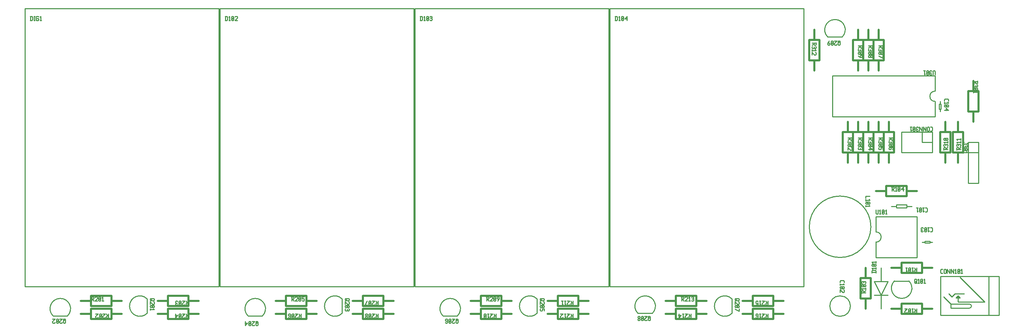
<source format=gbr>
G04 start of page 8 for group -4079 idx -4079 *
G04 Title: Septimus, topsilk *
G04 Creator: pcb 20140316 *
G04 CreationDate: Mon Jun  9 18:26:02 2014 UTC *
G04 For: scheibler *
G04 Format: Gerber/RS-274X *
G04 PCB-Dimensions (mil): 10000.00 4000.00 *
G04 PCB-Coordinate-Origin: lower left *
%MOIN*%
%FSLAX25Y25*%
%LNTOPSILK*%
%ADD74C,0.0200*%
%ADD73C,0.0100*%
G54D73*X20500Y86700D02*X209500D01*
Y358300D01*
X20500D01*
Y86700D01*
X210500D02*X399500D01*
Y358300D01*
X210500D01*
Y86700D01*
X400500D02*X589500D01*
Y358300D01*
X400500D01*
Y86700D01*
X940000Y227500D02*Y187500D01*
X950000D01*
Y227500D02*Y187500D01*
X940000Y227500D02*X950000D01*
X940000Y217500D02*X950000D01*
Y227500D02*Y217500D01*
G54D74*X925000Y237500D02*Y217500D01*
Y237500D02*X935000D01*
Y217500D01*
X925000D02*X935000D01*
X930000D02*Y207500D01*
Y247500D02*Y237500D01*
X950000Y277500D02*Y257500D01*
X940000D02*X950000D01*
X940000Y277500D02*Y257500D01*
Y277500D02*X950000D01*
X945000Y287500D02*Y277500D01*
Y257500D02*Y247500D01*
X655000Y55000D02*X675000D01*
X655000Y65000D02*Y55000D01*
Y65000D02*X675000D01*
Y55000D01*
Y60000D02*X685000D01*
X645000D02*X655000D01*
X730000Y55000D02*X750000D01*
X730000Y65000D02*Y55000D01*
Y65000D02*X750000D01*
Y55000D01*
Y60000D02*X760000D01*
X720000D02*X730000D01*
Y67500D02*X750000D01*
X730000Y77500D02*Y67500D01*
Y77500D02*X750000D01*
Y67500D01*
Y72500D02*X760000D01*
X720000D02*X730000D01*
G54D73*X709500Y74500D02*Y60500D01*
X709571Y74571D02*G75*G03X709571Y60429I-7071J-7071D01*G01*
G54D74*X655000Y77500D02*X675000D01*
Y67500D01*
X655000D02*X675000D01*
X655000Y77500D02*Y67500D01*
X645000Y72500D02*X655000D01*
X675000D02*X685000D01*
G54D73*X618000Y60500D02*X632000D01*
X632071Y60429D02*G75*G03X617929Y60429I-7071J7071D01*G01*
X519500Y74500D02*Y60500D01*
X519571Y74571D02*G75*G03X519571Y60429I-7071J-7071D01*G01*
G54D74*X540000Y55000D02*X560000D01*
X540000Y65000D02*Y55000D01*
Y65000D02*X560000D01*
Y55000D01*
Y60000D02*X570000D01*
X530000D02*X540000D01*
Y67500D02*X560000D01*
X540000Y77500D02*Y67500D01*
Y77500D02*X560000D01*
Y67500D01*
Y72500D02*X570000D01*
X530000D02*X540000D01*
G54D73*X868000Y92000D02*X882000D01*
X867929Y92071D02*G75*G03X882071Y92071I7071J-7071D01*G01*
G54D74*X875000Y60000D02*X895000D01*
X875000Y70000D02*Y60000D01*
Y70000D02*X895000D01*
Y60000D01*
Y65000D02*X905000D01*
X865000D02*X875000D01*
Y100000D02*X895000D01*
X875000Y110000D02*Y100000D01*
Y110000D02*X895000D01*
Y100000D01*
Y105000D02*X905000D01*
X865000D02*X875000D01*
X835000Y95000D02*Y75000D01*
Y95000D02*X845000D01*
Y75000D01*
X835000D02*X845000D01*
X840000D02*Y65000D01*
Y105000D02*Y95000D01*
G54D73*X855000Y78300D02*Y65000D01*
Y105000D02*Y91700D01*
Y78300D02*X848400Y91700D01*
X861600D01*
X855000Y78300D01*
X848400D02*X861600D01*
X970000Y58500D02*Y96500D01*
Y58500D02*X913000D01*
X970000Y96500D02*X913000D01*
X960000D02*Y58500D01*
X913000D02*Y96500D01*
X923000Y69500D02*X941000D01*
Y65500D02*X923000D01*
Y69500D01*
X916000Y76500D01*
X936000Y79500D02*X927000D01*
X924000Y76500D01*
X921000Y79500D01*
X932000Y95500D02*X956000Y71500D01*
X930000D01*
Y77500D01*
X928000Y75500D01*
X932000D01*
X930000Y77500D01*
X941000Y65500D02*G75*G03X943000Y67500I0J2000D01*G01*
G75*G03X941000Y69500I-2000J0D01*G01*
X815000Y77500D02*G75*G03X815000Y77500I0J-10000D01*G01*
X428000Y58000D02*X442000D01*
X442071Y57929D02*G75*G03X427929Y57929I-7071J7071D01*G01*
G54D74*X350000Y55000D02*X370000D01*
X350000Y65000D02*Y55000D01*
Y65000D02*X370000D01*
Y55000D01*
Y60000D02*X380000D01*
X340000D02*X350000D01*
Y67500D02*X370000D01*
X350000Y77500D02*Y67500D01*
Y77500D02*X370000D01*
Y67500D01*
Y72500D02*X380000D01*
X340000D02*X350000D01*
X465000Y55000D02*X485000D01*
X465000Y65000D02*Y55000D01*
Y65000D02*X485000D01*
Y55000D01*
Y60000D02*X495000D01*
X455000D02*X465000D01*
Y77500D02*X485000D01*
Y67500D01*
X465000D02*X485000D01*
X465000Y77500D02*Y67500D01*
X455000Y72500D02*X465000D01*
X485000D02*X495000D01*
G54D73*X238000Y58000D02*X252000D01*
X252071Y57929D02*G75*G03X237929Y57929I-7071J7071D01*G01*
X329500Y74500D02*Y60500D01*
X329571Y74571D02*G75*G03X329571Y60429I-7071J-7071D01*G01*
G54D74*X275000Y55000D02*X295000D01*
X275000Y65000D02*Y55000D01*
Y65000D02*X295000D01*
Y55000D01*
Y60000D02*X305000D01*
X265000D02*X275000D01*
Y77500D02*X295000D01*
Y67500D01*
X275000D02*X295000D01*
X275000Y77500D02*Y67500D01*
X265000Y72500D02*X275000D01*
X295000D02*X305000D01*
G54D73*X139500Y74500D02*Y60500D01*
X139571Y74571D02*G75*G03X139571Y60429I-7071J-7071D01*G01*
G54D74*X160000Y67500D02*X180000D01*
X160000Y77500D02*Y67500D01*
Y77500D02*X180000D01*
Y67500D01*
Y72500D02*X190000D01*
X150000D02*X160000D01*
Y55000D02*X180000D01*
X160000Y65000D02*Y55000D01*
Y65000D02*X180000D01*
Y55000D01*
Y60000D02*X190000D01*
X150000D02*X160000D01*
G54D73*X48000Y58000D02*X62000D01*
X62071Y57929D02*G75*G03X47929Y57929I-7071J7071D01*G01*
G54D74*X85000Y55000D02*X105000D01*
X85000Y65000D02*Y55000D01*
Y65000D02*X105000D01*
Y55000D01*
Y60000D02*X115000D01*
X75000D02*X85000D01*
Y77500D02*X105000D01*
Y67500D01*
X85000D02*X105000D01*
X85000Y77500D02*Y67500D01*
X75000Y72500D02*X85000D01*
X105000D02*X115000D01*
G54D73*X590500Y86700D02*X779500D01*
Y358300D01*
X590500D01*
Y86700D01*
X815000Y175000D02*G75*G03X815000Y175000I0J-30000D01*G01*
G54D74*X847500Y237500D02*Y217500D01*
X837500D02*X847500D01*
X837500Y237500D02*Y217500D01*
Y237500D02*X847500D01*
X842500Y247500D02*Y237500D01*
Y217500D02*Y207500D01*
X837500Y237500D02*Y217500D01*
X827500D02*X837500D01*
X827500Y237500D02*Y217500D01*
Y237500D02*X837500D01*
X832500Y247500D02*Y237500D01*
Y217500D02*Y207500D01*
X827500Y237500D02*Y217500D01*
X817500D02*X827500D01*
X817500Y237500D02*Y217500D01*
Y237500D02*X827500D01*
X822500Y247500D02*Y237500D01*
Y217500D02*Y207500D01*
X847500Y327500D02*Y307500D01*
X837500D02*X847500D01*
X837500Y327500D02*Y307500D01*
Y327500D02*X847500D01*
X842500Y337500D02*Y327500D01*
Y307500D02*Y297500D01*
X857500Y327500D02*Y307500D01*
X847500D02*X857500D01*
X847500Y327500D02*Y307500D01*
Y327500D02*X857500D01*
X852500Y337500D02*Y327500D01*
Y307500D02*Y297500D01*
G54D73*X803000Y330500D02*X817000D01*
X817071Y330429D02*G75*G03X802929Y330429I-7071J7071D01*G01*
G54D74*X795000Y327500D02*Y307500D01*
X785000D02*X795000D01*
X785000Y327500D02*Y307500D01*
Y327500D02*X795000D01*
X790000Y337500D02*Y327500D01*
Y307500D02*Y297500D01*
X837500Y327500D02*Y307500D01*
X827500D02*X837500D01*
X827500Y327500D02*Y307500D01*
Y327500D02*X837500D01*
X832500Y337500D02*Y327500D01*
Y307500D02*Y297500D01*
X860000Y185000D02*X880000D01*
Y175000D01*
X860000D02*X880000D01*
X860000Y185000D02*Y175000D01*
X850000Y180000D02*X860000D01*
X880000D02*X890000D01*
G54D73*X880000Y165000D02*X885000D01*
X865000D02*X870000D01*
Y163400D02*X880000D01*
X870000Y166600D02*Y163400D01*
Y166600D02*X880000D01*
Y163400D01*
X902500Y130000D02*X905000D01*
X895000D02*X897500D01*
Y129200D02*X902500D01*
X897500Y130800D02*Y129200D01*
Y130800D02*X902500D01*
Y129200D01*
X850000Y115000D02*X890000D01*
Y155000D02*Y115000D01*
X850000Y155000D02*X890000D01*
X850000Y130000D02*Y115000D01*
Y155000D02*Y140000D01*
Y130000D02*G75*G03X850000Y140000I0J5000D01*G01*
G54D74*X867500Y237500D02*Y217500D01*
X857500D02*X867500D01*
X857500Y237500D02*Y217500D01*
Y237500D02*X867500D01*
X862500Y247500D02*Y237500D01*
Y217500D02*Y207500D01*
G54D73*X875000Y237500D02*X905000D01*
X875000D02*Y217500D01*
X905000D01*
Y237500D02*Y217500D01*
X895000Y237500D02*Y227500D01*
X905000D01*
G54D74*X912500Y237500D02*Y217500D01*
Y237500D02*X922500D01*
Y217500D01*
X912500D02*X922500D01*
X917500D02*Y207500D01*
Y247500D02*Y237500D01*
X857500D02*Y217500D01*
X847500D02*X857500D01*
X847500Y237500D02*Y217500D01*
Y237500D02*X857500D01*
X852500Y247500D02*Y237500D01*
Y217500D02*Y207500D01*
G54D73*X807500Y292500D02*X907500D01*
X807500D02*Y252500D01*
X907500D01*
Y292500D02*Y277500D01*
Y267500D02*Y252500D01*
Y277500D02*G75*G03X907500Y267500I0J-5000D01*G01*
X912500D02*Y265000D01*
Y260000D02*Y257500D01*
X913300Y265000D02*Y260000D01*
X911700D02*X913300D01*
X911700Y265000D02*Y260000D01*
Y265000D02*X913300D01*
X26000Y350700D02*Y346700D01*
X27300Y350700D02*X28000Y350000D01*
Y347400D01*
X27300Y346700D02*X28000Y347400D01*
X25500Y346700D02*X27300D01*
X25500Y350700D02*X27300D01*
X29200D02*X30200D01*
X29700D02*Y346700D01*
X29200D02*X30200D01*
X33400Y350700D02*X33900Y350200D01*
X31900Y350700D02*X33400D01*
X31400Y350200D02*X31900Y350700D01*
X31400Y350200D02*Y347200D01*
X31900Y346700D01*
X33400D01*
X33900Y347200D01*
Y348200D02*Y347200D01*
X33400Y348700D02*X33900Y348200D01*
X32400Y348700D02*X33400D01*
X35100Y349900D02*X35900Y350700D01*
Y346700D01*
X35100D02*X36600D01*
X596000Y350700D02*Y346700D01*
X597300Y350700D02*X598000Y350000D01*
Y347400D01*
X597300Y346700D02*X598000Y347400D01*
X595500Y346700D02*X597300D01*
X595500Y350700D02*X597300D01*
X599200Y349900D02*X600000Y350700D01*
Y346700D01*
X599200D02*X600700D01*
X601900Y347200D02*X602400Y346700D01*
X601900Y350200D02*Y347200D01*
Y350200D02*X602400Y350700D01*
X603400D01*
X603900Y350200D01*
Y347200D01*
X603400Y346700D02*X603900Y347200D01*
X602400Y346700D02*X603400D01*
X601900Y347700D02*X603900Y349700D01*
X605100Y348200D02*X607100Y350700D01*
X605100Y348200D02*X607600D01*
X607100Y350700D02*Y346700D01*
X216000Y350700D02*Y346700D01*
X217300Y350700D02*X218000Y350000D01*
Y347400D01*
X217300Y346700D02*X218000Y347400D01*
X215500Y346700D02*X217300D01*
X215500Y350700D02*X217300D01*
X219200Y349900D02*X220000Y350700D01*
Y346700D01*
X219200D02*X220700D01*
X221900Y347200D02*X222400Y346700D01*
X221900Y350200D02*Y347200D01*
Y350200D02*X222400Y350700D01*
X223400D01*
X223900Y350200D01*
Y347200D01*
X223400Y346700D02*X223900Y347200D01*
X222400Y346700D02*X223400D01*
X221900Y347700D02*X223900Y349700D01*
X225100Y350200D02*X225600Y350700D01*
X227100D01*
X227600Y350200D01*
Y349200D01*
X225100Y346700D02*X227600Y349200D01*
X225100Y346700D02*X227600D01*
X406000Y350700D02*Y346700D01*
X407300Y350700D02*X408000Y350000D01*
Y347400D01*
X407300Y346700D02*X408000Y347400D01*
X405500Y346700D02*X407300D01*
X405500Y350700D02*X407300D01*
X409200Y349900D02*X410000Y350700D01*
Y346700D01*
X409200D02*X410700D01*
X411900Y347200D02*X412400Y346700D01*
X411900Y350200D02*Y347200D01*
Y350200D02*X412400Y350700D01*
X413400D01*
X413900Y350200D01*
Y347200D01*
X413400Y346700D02*X413900Y347200D01*
X412400Y346700D02*X413400D01*
X411900Y347700D02*X413900Y349700D01*
X415100Y350200D02*X415600Y350700D01*
X416600D01*
X417100Y350200D01*
X416600Y346700D02*X417100Y347200D01*
X415600Y346700D02*X416600D01*
X415100Y347200D02*X415600Y346700D01*
Y348900D02*X416600D01*
X417100Y350200D02*Y349400D01*
Y348400D02*Y347200D01*
Y348400D02*X416600Y348900D01*
X417100Y349400D02*X416600Y348900D01*
X939000Y226800D02*Y226000D01*
X935500D02*X939000D01*
X935000Y226500D02*X935500Y226000D01*
X935000Y227000D02*Y226500D01*
X935500Y227500D02*X935000Y227000D01*
X935500Y227500D02*X936000D01*
X938500Y224800D02*X939000Y224300D01*
Y223300D01*
X938500Y222800D01*
X935000Y223300D02*X935500Y222800D01*
X935000Y224300D02*Y223300D01*
X935500Y224800D02*X935000Y224300D01*
X937200D02*Y223300D01*
X937700Y222800D02*X938500D01*
X935500D02*X936700D01*
X937200Y223300D01*
X937700Y222800D02*X937200Y223300D01*
X935500Y221600D02*X935000Y221100D01*
X935500Y221600D02*X938500D01*
X939000Y221100D01*
Y220100D01*
X938500Y219600D01*
X935500D02*X938500D01*
X935000Y220100D02*X935500Y219600D01*
X935000Y221100D02*Y220100D01*
X936000Y221600D02*X938000Y219600D01*
X938200Y218400D02*X939000Y217600D01*
X935000D02*X939000D01*
X935000Y218400D02*Y216900D01*
X928500Y222000D02*Y220000D01*
Y222000D02*X929000Y222500D01*
X930000D01*
X930500Y222000D02*X930000Y222500D01*
X930500Y222000D02*Y220500D01*
X928500D02*X932500D01*
X930500Y221300D02*X932500Y222500D01*
X929000Y223700D02*X928500Y224200D01*
Y225200D02*Y224200D01*
Y225200D02*X929000Y225700D01*
X932500Y225200D02*X932000Y225700D01*
X932500Y225200D02*Y224200D01*
X932000Y223700D02*X932500Y224200D01*
X930300Y225200D02*Y224200D01*
X929000Y225700D02*X929800D01*
X930800D02*X932000D01*
X930800D02*X930300Y225200D01*
X929800Y225700D02*X930300Y225200D01*
X929300Y226900D02*X928500Y227700D01*
X932500D01*
Y228400D02*Y226900D01*
X929300Y229600D02*X928500Y230400D01*
X932500D01*
Y231100D02*Y229600D01*
X949000Y287500D02*Y285500D01*
X948500Y285000D01*
X947500D02*X948500D01*
X947000Y285500D02*X947500Y285000D01*
X947000Y287000D02*Y285500D01*
X945000Y287000D02*X949000D01*
X947000Y286200D02*X945000Y285000D01*
X948500Y283800D02*X949000Y283300D01*
Y282300D01*
X948500Y281800D01*
X945000Y282300D02*X945500Y281800D01*
X945000Y283300D02*Y282300D01*
X945500Y283800D02*X945000Y283300D01*
X947200D02*Y282300D01*
X947700Y281800D02*X948500D01*
X945500D02*X946700D01*
X947200Y282300D01*
X947700Y281800D02*X947200Y282300D01*
X945500Y280600D02*X945000Y280100D01*
X945500Y280600D02*X948500D01*
X949000Y280100D01*
Y279100D01*
X948500Y278600D01*
X945500D02*X948500D01*
X945000Y279100D02*X945500Y278600D01*
X945000Y280100D02*Y279100D01*
X946000Y280600D02*X948000Y278600D01*
X948200Y277400D02*X949000Y276600D01*
X945000D02*X949000D01*
X945000Y277400D02*Y275900D01*
X887500Y93500D02*Y90500D01*
Y93500D02*X888000Y94000D01*
X889000D01*
X889500Y93500D01*
Y91000D01*
X888500Y90000D02*X889500Y91000D01*
X888000Y90000D02*X888500D01*
X887500Y90500D02*X888000Y90000D01*
X888500Y91500D02*X889500Y90000D01*
X890700Y93200D02*X891500Y94000D01*
Y90000D01*
X890700D02*X892200D01*
X893400Y90500D02*X893900Y90000D01*
X893400Y93500D02*Y90500D01*
Y93500D02*X893900Y94000D01*
X894900D01*
X895400Y93500D01*
Y90500D01*
X894900Y90000D02*X895400Y90500D01*
X893900Y90000D02*X894900D01*
X893400Y91000D02*X895400Y93000D01*
X896600Y93200D02*X897400Y94000D01*
Y90000D01*
X896600D02*X898100D01*
X888000Y61000D02*X890000D01*
X888000D02*X887500Y61500D01*
Y62500D02*Y61500D01*
X888000Y63000D02*X887500Y62500D01*
X888000Y63000D02*X889500D01*
Y65000D02*Y61000D01*
X888700Y63000D02*X887500Y65000D01*
X886300Y61800D02*X885500Y61000D01*
Y65000D02*Y61000D01*
X884800Y65000D02*X886300D01*
X883600Y64500D02*X883100Y65000D01*
X883600Y64500D02*Y61500D01*
X883100Y61000D01*
X882100D02*X883100D01*
X882100D02*X881600Y61500D01*
Y64500D02*Y61500D01*
X882100Y65000D02*X881600Y64500D01*
X882100Y65000D02*X883100D01*
X883600Y64000D02*X881600Y62000D01*
X880400Y61500D02*X879900Y61000D01*
X878400D02*X879900D01*
X878400D02*X877900Y61500D01*
Y62500D02*Y61500D01*
X880400Y65000D02*X877900Y62500D01*
Y65000D02*X880400D01*
X888000Y101000D02*X890000D01*
X888000D02*X887500Y101500D01*
Y102500D02*Y101500D01*
X888000Y103000D02*X887500Y102500D01*
X888000Y103000D02*X889500D01*
Y105000D02*Y101000D01*
X888700Y103000D02*X887500Y105000D01*
X886300Y101800D02*X885500Y101000D01*
Y105000D02*Y101000D01*
X884800Y105000D02*X886300D01*
X883600Y104500D02*X883100Y105000D01*
X883600Y104500D02*Y101500D01*
X883100Y101000D01*
X882100D02*X883100D01*
X882100D02*X881600Y101500D01*
Y104500D02*Y101500D01*
X882100Y105000D02*X881600Y104500D01*
X882100Y105000D02*X883100D01*
X883600Y104000D02*X881600Y102000D01*
X880400Y101800D02*X879600Y101000D01*
Y105000D02*Y101000D01*
X878900Y105000D02*X880400D01*
X913700Y99500D02*X915000D01*
X913000Y100200D02*X913700Y99500D01*
X913000Y102800D02*Y100200D01*
Y102800D02*X913700Y103500D01*
X915000D01*
X916200Y103000D02*Y100000D01*
Y103000D02*X916700Y103500D01*
X917700D01*
X918200Y103000D01*
Y100000D01*
X917700Y99500D02*X918200Y100000D01*
X916700Y99500D02*X917700D01*
X916200Y100000D02*X916700Y99500D01*
X919400Y103500D02*Y99500D01*
Y103500D02*X921900Y99500D01*
Y103500D02*Y99500D01*
X923100Y103500D02*Y99500D01*
Y103500D02*X925600Y99500D01*
Y103500D02*Y99500D01*
X926800Y102700D02*X927600Y103500D01*
Y99500D01*
X926800D02*X928300D01*
X929500Y100000D02*X930000Y99500D01*
X929500Y103000D02*Y100000D01*
Y103000D02*X930000Y103500D01*
X931000D01*
X931500Y103000D01*
Y100000D01*
X931000Y99500D02*X931500Y100000D01*
X930000Y99500D02*X931000D01*
X929500Y100500D02*X931500Y102500D01*
X932700Y102700D02*X933500Y103500D01*
Y99500D01*
X932700D02*X934200D01*
X865000Y184000D02*X867000D01*
X867500Y183500D01*
Y182500D01*
X867000Y182000D02*X867500Y182500D01*
X865500Y182000D02*X867000D01*
X865500Y184000D02*Y180000D01*
X866300Y182000D02*X867500Y180000D01*
X868700Y183200D02*X869500Y184000D01*
Y180000D01*
X868700D02*X870200D01*
X871400Y180500D02*X871900Y180000D01*
X871400Y183500D02*Y180500D01*
Y183500D02*X871900Y184000D01*
X872900D01*
X873400Y183500D01*
Y180500D01*
X872900Y180000D02*X873400Y180500D01*
X871900Y180000D02*X872900D01*
X871400Y181000D02*X873400Y183000D01*
X874600Y181500D02*X876600Y184000D01*
X874600Y181500D02*X877100D01*
X876600Y184000D02*Y180000D01*
X898000Y163400D02*X899300D01*
X900000Y162700D02*X899300Y163400D01*
X900000Y162700D02*Y160100D01*
X899300Y159400D01*
X898000D02*X899300D01*
X896800Y160200D02*X896000Y159400D01*
Y163400D02*Y159400D01*
X895300Y163400D02*X896800D01*
X894100Y162900D02*X893600Y163400D01*
X894100Y162900D02*Y159900D01*
X893600Y159400D01*
X892600D02*X893600D01*
X892600D02*X892100Y159900D01*
Y162900D02*Y159900D01*
X892600Y163400D02*X892100Y162900D01*
X892600Y163400D02*X893600D01*
X894100Y162400D02*X892100Y160400D01*
X890900Y160200D02*X890100Y159400D01*
Y163400D02*Y159400D01*
X889400Y163400D02*X890900D01*
X903000Y144200D02*X904300D01*
X905000Y143500D02*X904300Y144200D01*
X905000Y143500D02*Y140900D01*
X904300Y140200D01*
X903000D02*X904300D01*
X901800Y141000D02*X901000Y140200D01*
Y144200D02*Y140200D01*
X900300Y144200D02*X901800D01*
X899100Y143700D02*X898600Y144200D01*
X899100Y143700D02*Y140700D01*
X898600Y140200D01*
X897600D02*X898600D01*
X897600D02*X897100Y140700D01*
Y143700D02*Y140700D01*
X897600Y144200D02*X897100Y143700D01*
X897600Y144200D02*X898600D01*
X899100Y143200D02*X897100Y141200D01*
X895900Y140700D02*X895400Y140200D01*
X894400D02*X895400D01*
X894400D02*X893900Y140700D01*
X894400Y144200D02*X893900Y143700D01*
X894400Y144200D02*X895400D01*
X895900Y143700D02*X895400Y144200D01*
X894400Y142000D02*X895400D01*
X893900Y141500D02*Y140700D01*
Y143700D02*Y142500D01*
X894400Y142000D01*
X893900Y141500D02*X894400Y142000D01*
X850000Y161500D02*Y158000D01*
X850500Y157500D01*
X851500D01*
X852000Y158000D01*
Y161500D02*Y158000D01*
X853200Y160700D02*X854000Y161500D01*
Y157500D01*
X853200D02*X854700D01*
X855900Y158000D02*X856400Y157500D01*
X855900Y161000D02*Y158000D01*
Y161000D02*X856400Y161500D01*
X857400D01*
X857900Y161000D01*
Y158000D01*
X857400Y157500D02*X857900Y158000D01*
X856400Y157500D02*X857400D01*
X855900Y158500D02*X857900Y160500D01*
X859100Y160700D02*X859900Y161500D01*
Y157500D01*
X859100D02*X860600D01*
X907500Y297000D02*Y293500D01*
Y297000D02*X907000Y297500D01*
X906000D02*X907000D01*
X906000D02*X905500Y297000D01*
Y293500D01*
X904300Y294000D02*X903800Y293500D01*
X902800D02*X903800D01*
X902800D02*X902300Y294000D01*
X902800Y297500D02*X902300Y297000D01*
X902800Y297500D02*X903800D01*
X904300Y297000D02*X903800Y297500D01*
X902800Y295300D02*X903800D01*
X902300Y294800D02*Y294000D01*
Y297000D02*Y295800D01*
X902800Y295300D01*
X902300Y294800D02*X902800Y295300D01*
X901100Y297000D02*X900600Y297500D01*
X901100Y297000D02*Y294000D01*
X900600Y293500D01*
X899600D02*X900600D01*
X899600D02*X899100Y294000D01*
Y297000D02*Y294000D01*
X899600Y297500D02*X899100Y297000D01*
X899600Y297500D02*X900600D01*
X901100Y296500D02*X899100Y294500D01*
X897900Y294300D02*X897100Y293500D01*
Y297500D02*Y293500D01*
X896400Y297500D02*X897900D01*
X903000Y242500D02*X904300D01*
X905000Y241800D02*X904300Y242500D01*
X905000Y241800D02*Y239200D01*
X904300Y238500D01*
X903000D02*X904300D01*
X901800Y242000D02*Y239000D01*
X901300Y238500D01*
X900300D02*X901300D01*
X900300D02*X899800Y239000D01*
Y242000D02*Y239000D01*
X900300Y242500D02*X899800Y242000D01*
X900300Y242500D02*X901300D01*
X901800Y242000D02*X901300Y242500D01*
X898600D02*Y238500D01*
X896100Y242500D01*
Y238500D01*
X894900Y242500D02*Y238500D01*
X892400Y242500D01*
Y238500D01*
X891200Y239000D02*X890700Y238500D01*
X889700D02*X890700D01*
X889700D02*X889200Y239000D01*
X889700Y242500D02*X889200Y242000D01*
X889700Y242500D02*X890700D01*
X891200Y242000D02*X890700Y242500D01*
X889700Y240300D02*X890700D01*
X889200Y239800D02*Y239000D01*
Y242000D02*Y240800D01*
X889700Y240300D01*
X889200Y239800D02*X889700Y240300D01*
X888000Y242000D02*X887500Y242500D01*
X888000Y242000D02*Y239000D01*
X887500Y238500D01*
X886500D02*X887500D01*
X886500D02*X886000Y239000D01*
Y242000D02*Y239000D01*
X886500Y242500D02*X886000Y242000D01*
X886500Y242500D02*X887500D01*
X888000Y241500D02*X886000Y239500D01*
X884800Y239300D02*X884000Y238500D01*
Y242500D02*Y238500D01*
X883300Y242500D02*X884800D01*
X916000Y222000D02*Y220000D01*
Y222000D02*X916500Y222500D01*
X917500D01*
X918000Y222000D02*X917500Y222500D01*
X918000Y222000D02*Y220500D01*
X916000D02*X920000D01*
X918000Y221300D02*X920000Y222500D01*
X916500Y223700D02*X916000Y224200D01*
Y225200D02*Y224200D01*
Y225200D02*X916500Y225700D01*
X920000Y225200D02*X919500Y225700D01*
X920000Y225200D02*Y224200D01*
X919500Y223700D02*X920000Y224200D01*
X917800Y225200D02*Y224200D01*
X916500Y225700D02*X917300D01*
X918300D02*X919500D01*
X918300D02*X917800Y225200D01*
X917300Y225700D02*X917800Y225200D01*
X916800Y226900D02*X916000Y227700D01*
X920000D01*
Y228400D02*Y226900D01*
X919500Y229600D02*X920000Y230100D01*
X916500Y229600D02*X919500D01*
X916500D02*X916000Y230100D01*
Y231100D02*Y230100D01*
Y231100D02*X916500Y231600D01*
X919500D01*
X920000Y231100D02*X919500Y231600D01*
X920000Y231100D02*Y230100D01*
X919000Y229600D02*X917000Y231600D01*
X916600Y269300D02*Y268000D01*
X917300Y270000D02*X916600Y269300D01*
X917300Y270000D02*X919900D01*
X920600Y269300D01*
Y268000D01*
X919800Y266800D02*X920600Y266000D01*
X916600D02*X920600D01*
X916600Y266800D02*Y265300D01*
X917100Y264100D02*X916600Y263600D01*
X917100Y264100D02*X920100D01*
X920600Y263600D01*
Y262600D01*
X920100Y262100D01*
X917100D02*X920100D01*
X916600Y262600D02*X917100Y262100D01*
X916600Y263600D02*Y262600D01*
X917600Y264100D02*X919600Y262100D01*
X918100Y260900D02*X920600Y258900D01*
X918100Y260900D02*Y258400D01*
X916600Y258900D02*X920600D01*
X668000Y56000D02*X670000D01*
X668000D02*X667500Y56500D01*
Y57500D02*Y56500D01*
X668000Y58000D02*X667500Y57500D01*
X668000Y58000D02*X669500D01*
Y60000D02*Y56000D01*
X668700Y58000D02*X667500Y60000D01*
X666300Y56500D02*X665800Y56000D01*
X664300D02*X665800D01*
X664300D02*X663800Y56500D01*
Y57500D02*Y56500D01*
X666300Y60000D02*X663800Y57500D01*
Y60000D02*X666300D01*
X662600Y56800D02*X661800Y56000D01*
Y60000D02*Y56000D01*
X661100Y60000D02*X662600D01*
X659900Y58500D02*X657900Y56000D01*
X657400Y58500D02*X659900D01*
X657900Y60000D02*Y56000D01*
X743000D02*X745000D01*
X743000D02*X742500Y56500D01*
Y57500D02*Y56500D01*
X743000Y58000D02*X742500Y57500D01*
X743000Y58000D02*X744500D01*
Y60000D02*Y56000D01*
X743700Y58000D02*X742500Y60000D01*
X741300Y56500D02*X740800Y56000D01*
X739300D02*X740800D01*
X739300D02*X738800Y56500D01*
Y57500D02*Y56500D01*
X741300Y60000D02*X738800Y57500D01*
Y60000D02*X741300D01*
X737600Y56800D02*X736800Y56000D01*
Y60000D02*Y56000D01*
X736100Y60000D02*X737600D01*
X733400Y56000D02*X732900Y56500D01*
X733400Y56000D02*X734400D01*
X734900Y56500D02*X734400Y56000D01*
X734900Y59500D02*Y56500D01*
Y59500D02*X734400Y60000D01*
X733400Y57800D02*X732900Y58300D01*
X733400Y57800D02*X734900D01*
X733400Y60000D02*X734400D01*
X733400D02*X732900Y59500D01*
Y58300D01*
X743000Y68500D02*X745000D01*
X743000D02*X742500Y69000D01*
Y70000D02*Y69000D01*
X743000Y70500D02*X742500Y70000D01*
X743000Y70500D02*X744500D01*
Y72500D02*Y68500D01*
X743700Y70500D02*X742500Y72500D01*
X741300Y69000D02*X740800Y68500D01*
X739300D02*X740800D01*
X739300D02*X738800Y69000D01*
Y70000D02*Y69000D01*
X741300Y72500D02*X738800Y70000D01*
Y72500D02*X741300D01*
X737600Y69300D02*X736800Y68500D01*
Y72500D02*Y68500D01*
X736100Y72500D02*X737600D01*
X732900Y68500D02*X734900D01*
Y70500D02*Y68500D01*
Y70500D02*X734400Y70000D01*
X733400D02*X734400D01*
X733400D02*X732900Y70500D01*
Y72000D02*Y70500D01*
X733400Y72500D02*X732900Y72000D01*
X733400Y72500D02*X734400D01*
X734900Y72000D02*X734400Y72500D01*
X713000Y75000D02*X716000D01*
X716500Y74500D01*
Y73500D01*
X716000Y73000D01*
X713500D02*X716000D01*
X712500Y74000D02*X713500Y73000D01*
X712500Y74500D02*Y74000D01*
X713000Y75000D02*X712500Y74500D01*
X714000Y74000D02*X712500Y73000D01*
X716000Y71800D02*X716500Y71300D01*
Y69800D01*
X716000Y69300D01*
X715000D02*X716000D01*
X712500Y71800D02*X715000Y69300D01*
X712500Y71800D02*Y69300D01*
X713000Y68100D02*X712500Y67600D01*
X713000Y68100D02*X716000D01*
X716500Y67600D01*
Y66600D01*
X716000Y66100D01*
X713000D02*X716000D01*
X712500Y66600D02*X713000Y66100D01*
X712500Y67600D02*Y66600D01*
X713500Y68100D02*X715500Y66100D01*
X712500Y64400D02*X716500Y62400D01*
Y64900D02*Y62400D01*
X660000Y76500D02*X662000D01*
X662500Y76000D01*
Y75000D01*
X662000Y74500D02*X662500Y75000D01*
X660500Y74500D02*X662000D01*
X660500Y76500D02*Y72500D01*
X661300Y74500D02*X662500Y72500D01*
X663700Y76000D02*X664200Y76500D01*
X665700D01*
X666200Y76000D01*
Y75000D01*
X663700Y72500D02*X666200Y75000D01*
X663700Y72500D02*X666200D01*
X667400Y75700D02*X668200Y76500D01*
Y72500D01*
X667400D02*X668900D01*
X670100Y76000D02*X670600Y76500D01*
X671600D01*
X672100Y76000D01*
X671600Y72500D02*X672100Y73000D01*
X670600Y72500D02*X671600D01*
X670100Y73000D02*X670600Y72500D01*
Y74700D02*X671600D01*
X672100Y76000D02*Y75200D01*
Y74200D02*Y73000D01*
Y74200D02*X671600Y74700D01*
X672100Y75200D02*X671600Y74700D01*
X630000Y57000D02*Y54000D01*
X629500Y53500D01*
X628500D02*X629500D01*
X628500D02*X628000Y54000D01*
Y56500D02*Y54000D01*
X629000Y57500D02*X628000Y56500D01*
X629000Y57500D02*X629500D01*
X630000Y57000D02*X629500Y57500D01*
X629000Y56000D02*X628000Y57500D01*
X626800Y54000D02*X626300Y53500D01*
X624800D02*X626300D01*
X624800D02*X624300Y54000D01*
Y55000D02*Y54000D01*
X626800Y57500D02*X624300Y55000D01*
Y57500D02*X626800D01*
X623100Y57000D02*X622600Y57500D01*
X623100Y57000D02*Y54000D01*
X622600Y53500D01*
X621600D02*X622600D01*
X621600D02*X621100Y54000D01*
Y57000D02*Y54000D01*
X621600Y57500D02*X621100Y57000D01*
X621600Y57500D02*X622600D01*
X623100Y56500D02*X621100Y54500D01*
X619900Y57000D02*X619400Y57500D01*
X619900Y57000D02*Y56200D01*
X619200Y55500D01*
X618600D02*X619200D01*
X618600D02*X617900Y56200D01*
Y57000D02*Y56200D01*
X618400Y57500D02*X617900Y57000D01*
X618400Y57500D02*X619400D01*
X619900Y54800D02*X619200Y55500D01*
X619900Y54800D02*Y54000D01*
X619400Y53500D01*
X618400D02*X619400D01*
X618400D02*X617900Y54000D01*
Y54800D02*Y54000D01*
X618600Y55500D02*X617900Y54800D01*
X442500Y54500D02*Y51500D01*
X442000Y51000D01*
X441000D02*X442000D01*
X441000D02*X440500Y51500D01*
Y54000D02*Y51500D01*
X441500Y55000D02*X440500Y54000D01*
X441500Y55000D02*X442000D01*
X442500Y54500D02*X442000Y55000D01*
X441500Y53500D02*X440500Y55000D01*
X439300Y51500D02*X438800Y51000D01*
X437300D02*X438800D01*
X437300D02*X436800Y51500D01*
Y52500D02*Y51500D01*
X439300Y55000D02*X436800Y52500D01*
Y55000D02*X439300D01*
X435600Y54500D02*X435100Y55000D01*
X435600Y54500D02*Y51500D01*
X435100Y51000D01*
X434100D02*X435100D01*
X434100D02*X433600Y51500D01*
Y54500D02*Y51500D01*
X434100Y55000D02*X433600Y54500D01*
X434100Y55000D02*X435100D01*
X435600Y54000D02*X433600Y52000D01*
X430900Y51000D02*X430400Y51500D01*
X430900Y51000D02*X431900D01*
X432400Y51500D02*X431900Y51000D01*
X432400Y54500D02*Y51500D01*
Y54500D02*X431900Y55000D01*
X430900Y52800D02*X430400Y53300D01*
X430900Y52800D02*X432400D01*
X430900Y55000D02*X431900D01*
X430900D02*X430400Y54500D01*
Y53300D01*
X247500Y52000D02*Y49000D01*
X247000Y48500D01*
X246000D02*X247000D01*
X246000D02*X245500Y49000D01*
Y51500D02*Y49000D01*
X246500Y52500D02*X245500Y51500D01*
X246500Y52500D02*X247000D01*
X247500Y52000D02*X247000Y52500D01*
X246500Y51000D02*X245500Y52500D01*
X244300Y49000D02*X243800Y48500D01*
X242300D02*X243800D01*
X242300D02*X241800Y49000D01*
Y50000D02*Y49000D01*
X244300Y52500D02*X241800Y50000D01*
Y52500D02*X244300D01*
X240600Y52000D02*X240100Y52500D01*
X240600Y52000D02*Y49000D01*
X240100Y48500D01*
X239100D02*X240100D01*
X239100D02*X238600Y49000D01*
Y52000D02*Y49000D01*
X239100Y52500D02*X238600Y52000D01*
X239100Y52500D02*X240100D01*
X240600Y51500D02*X238600Y49500D01*
X237400Y51000D02*X235400Y48500D01*
X234900Y51000D02*X237400D01*
X235400Y52500D02*Y48500D01*
X60000Y54500D02*Y51500D01*
X59500Y51000D01*
X58500D02*X59500D01*
X58500D02*X58000Y51500D01*
Y54000D02*Y51500D01*
X59000Y55000D02*X58000Y54000D01*
X59000Y55000D02*X59500D01*
X60000Y54500D02*X59500Y55000D01*
X59000Y53500D02*X58000Y55000D01*
X56800Y51500D02*X56300Y51000D01*
X54800D02*X56300D01*
X54800D02*X54300Y51500D01*
Y52500D02*Y51500D01*
X56800Y55000D02*X54300Y52500D01*
Y55000D02*X56800D01*
X53100Y54500D02*X52600Y55000D01*
X53100Y54500D02*Y51500D01*
X52600Y51000D01*
X51600D02*X52600D01*
X51600D02*X51100Y51500D01*
Y54500D02*Y51500D01*
X51600Y55000D02*X51100Y54500D01*
X51600Y55000D02*X52600D01*
X53100Y54000D02*X51100Y52000D01*
X49900Y51500D02*X49400Y51000D01*
X47900D02*X49400D01*
X47900D02*X47400Y51500D01*
Y52500D02*Y51500D01*
X49900Y55000D02*X47400Y52500D01*
Y55000D02*X49900D01*
X523000Y75000D02*X526000D01*
X526500Y74500D01*
Y73500D01*
X526000Y73000D01*
X523500D02*X526000D01*
X522500Y74000D02*X523500Y73000D01*
X522500Y74500D02*Y74000D01*
X523000Y75000D02*X522500Y74500D01*
X524000Y74000D02*X522500Y73000D01*
X526000Y71800D02*X526500Y71300D01*
Y69800D01*
X526000Y69300D01*
X525000D02*X526000D01*
X522500Y71800D02*X525000Y69300D01*
X522500Y71800D02*Y69300D01*
X523000Y68100D02*X522500Y67600D01*
X523000Y68100D02*X526000D01*
X526500Y67600D01*
Y66600D01*
X526000Y66100D01*
X523000D02*X526000D01*
X522500Y66600D02*X523000Y66100D01*
X522500Y67600D02*Y66600D01*
X523500Y68100D02*X525500Y66100D01*
X526500Y64900D02*Y62900D01*
X524500Y64900D02*X526500D01*
X524500D02*X525000Y64400D01*
Y63400D01*
X524500Y62900D01*
X523000D02*X524500D01*
X522500Y63400D02*X523000Y62900D01*
X522500Y64400D02*Y63400D01*
X523000Y64900D02*X522500Y64400D01*
X553000Y56000D02*X555000D01*
X553000D02*X552500Y56500D01*
Y57500D02*Y56500D01*
X553000Y58000D02*X552500Y57500D01*
X553000Y58000D02*X554500D01*
Y60000D02*Y56000D01*
X553700Y58000D02*X552500Y60000D01*
X551300Y56500D02*X550800Y56000D01*
X549300D02*X550800D01*
X549300D02*X548800Y56500D01*
Y57500D02*Y56500D01*
X551300Y60000D02*X548800Y57500D01*
Y60000D02*X551300D01*
X547600Y56800D02*X546800Y56000D01*
Y60000D02*Y56000D01*
X546100Y60000D02*X547600D01*
X544900Y56500D02*X544400Y56000D01*
X542900D02*X544400D01*
X542900D02*X542400Y56500D01*
Y57500D02*Y56500D01*
X544900Y60000D02*X542400Y57500D01*
Y60000D02*X544900D01*
X478000Y56000D02*X480000D01*
X478000D02*X477500Y56500D01*
Y57500D02*Y56500D01*
X478000Y58000D02*X477500Y57500D01*
X478000Y58000D02*X479500D01*
Y60000D02*Y56000D01*
X478700Y58000D02*X477500Y60000D01*
X476300Y56500D02*X475800Y56000D01*
X474300D02*X475800D01*
X474300D02*X473800Y56500D01*
Y57500D02*Y56500D01*
X476300Y60000D02*X473800Y57500D01*
Y60000D02*X476300D01*
X472600Y56800D02*X471800Y56000D01*
Y60000D02*Y56000D01*
X471100Y60000D02*X472600D01*
X469900Y59500D02*X469400Y60000D01*
X469900Y59500D02*Y56500D01*
X469400Y56000D01*
X468400D02*X469400D01*
X468400D02*X467900Y56500D01*
Y59500D02*Y56500D01*
X468400Y60000D02*X467900Y59500D01*
X468400Y60000D02*X469400D01*
X469900Y59000D02*X467900Y57000D01*
X363000Y56000D02*X365000D01*
X363000D02*X362500Y56500D01*
Y57500D02*Y56500D01*
X363000Y58000D02*X362500Y57500D01*
X363000Y58000D02*X364500D01*
Y60000D02*Y56000D01*
X363700Y58000D02*X362500Y60000D01*
X361300Y56500D02*X360800Y56000D01*
X359300D02*X360800D01*
X359300D02*X358800Y56500D01*
Y57500D02*Y56500D01*
X361300Y60000D02*X358800Y57500D01*
Y60000D02*X361300D01*
X357600Y59500D02*X357100Y60000D01*
X357600Y59500D02*Y56500D01*
X357100Y56000D01*
X356100D02*X357100D01*
X356100D02*X355600Y56500D01*
Y59500D02*Y56500D01*
X356100Y60000D02*X355600Y59500D01*
X356100Y60000D02*X357100D01*
X357600Y59000D02*X355600Y57000D01*
X354400Y59500D02*X353900Y60000D01*
X354400Y59500D02*Y58700D01*
X353700Y58000D01*
X353100D02*X353700D01*
X353100D02*X352400Y58700D01*
Y59500D02*Y58700D01*
X352900Y60000D02*X352400Y59500D01*
X352900Y60000D02*X353900D01*
X354400Y57300D02*X353700Y58000D01*
X354400Y57300D02*Y56500D01*
X353900Y56000D01*
X352900D02*X353900D01*
X352900D02*X352400Y56500D01*
Y57300D02*Y56500D01*
X353100Y58000D02*X352400Y57300D01*
X288000Y56000D02*X290000D01*
X288000D02*X287500Y56500D01*
Y57500D02*Y56500D01*
X288000Y58000D02*X287500Y57500D01*
X288000Y58000D02*X289500D01*
Y60000D02*Y56000D01*
X288700Y58000D02*X287500Y60000D01*
X286300Y56500D02*X285800Y56000D01*
X284300D02*X285800D01*
X284300D02*X283800Y56500D01*
Y57500D02*Y56500D01*
X286300Y60000D02*X283800Y57500D01*
Y60000D02*X286300D01*
X282600Y59500D02*X282100Y60000D01*
X282600Y59500D02*Y56500D01*
X282100Y56000D01*
X281100D02*X282100D01*
X281100D02*X280600Y56500D01*
Y59500D02*Y56500D01*
X281100Y60000D02*X280600Y59500D01*
X281100Y60000D02*X282100D01*
X282600Y59000D02*X280600Y57000D01*
X277900Y56000D02*X277400Y56500D01*
X277900Y56000D02*X278900D01*
X279400Y56500D02*X278900Y56000D01*
X279400Y59500D02*Y56500D01*
Y59500D02*X278900Y60000D01*
X277900Y57800D02*X277400Y58300D01*
X277900Y57800D02*X279400D01*
X277900Y60000D02*X278900D01*
X277900D02*X277400Y59500D01*
Y58300D01*
X100500Y56000D02*X102500D01*
X100500D02*X100000Y56500D01*
Y57500D02*Y56500D01*
X100500Y58000D02*X100000Y57500D01*
X100500Y58000D02*X102000D01*
Y60000D02*Y56000D01*
X101200Y58000D02*X100000Y60000D01*
X98800Y56500D02*X98300Y56000D01*
X96800D02*X98300D01*
X96800D02*X96300Y56500D01*
Y57500D02*Y56500D01*
X98800Y60000D02*X96300Y57500D01*
Y60000D02*X98800D01*
X95100Y59500D02*X94600Y60000D01*
X95100Y59500D02*Y56500D01*
X94600Y56000D01*
X93600D02*X94600D01*
X93600D02*X93100Y56500D01*
Y59500D02*Y56500D01*
X93600Y60000D02*X93100Y59500D01*
X93600Y60000D02*X94600D01*
X95100Y59000D02*X93100Y57000D01*
X91900Y56500D02*X91400Y56000D01*
X89900D02*X91400D01*
X89900D02*X89400Y56500D01*
Y57500D02*Y56500D01*
X91900Y60000D02*X89400Y57500D01*
Y60000D02*X91900D01*
X178000Y56000D02*X180000D01*
X178000D02*X177500Y56500D01*
Y57500D02*Y56500D01*
X178000Y58000D02*X177500Y57500D01*
X178000Y58000D02*X179500D01*
Y60000D02*Y56000D01*
X178700Y58000D02*X177500Y60000D01*
X176300Y56500D02*X175800Y56000D01*
X174300D02*X175800D01*
X174300D02*X173800Y56500D01*
Y57500D02*Y56500D01*
X176300Y60000D02*X173800Y57500D01*
Y60000D02*X176300D01*
X172600Y59500D02*X172100Y60000D01*
X172600Y59500D02*Y56500D01*
X172100Y56000D01*
X171100D02*X172100D01*
X171100D02*X170600Y56500D01*
Y59500D02*Y56500D01*
X171100Y60000D02*X170600Y59500D01*
X171100Y60000D02*X172100D01*
X172600Y59000D02*X170600Y57000D01*
X169400Y58500D02*X167400Y56000D01*
X166900Y58500D02*X169400D01*
X167400Y60000D02*Y56000D01*
X553000Y68500D02*X555000D01*
X553000D02*X552500Y69000D01*
Y70000D02*Y69000D01*
X553000Y70500D02*X552500Y70000D01*
X553000Y70500D02*X554500D01*
Y72500D02*Y68500D01*
X553700Y70500D02*X552500Y72500D01*
X551300Y69000D02*X550800Y68500D01*
X549300D02*X550800D01*
X549300D02*X548800Y69000D01*
Y70000D02*Y69000D01*
X551300Y72500D02*X548800Y70000D01*
Y72500D02*X551300D01*
X547600Y69300D02*X546800Y68500D01*
Y72500D02*Y68500D01*
X546100Y72500D02*X547600D01*
X544900Y69300D02*X544100Y68500D01*
Y72500D02*Y68500D01*
X543400Y72500D02*X544900D01*
X470000Y76500D02*X472000D01*
X472500Y76000D01*
Y75000D01*
X472000Y74500D02*X472500Y75000D01*
X470500Y74500D02*X472000D01*
X470500Y76500D02*Y72500D01*
X471300Y74500D02*X472500Y72500D01*
X473700Y76000D02*X474200Y76500D01*
X475700D01*
X476200Y76000D01*
Y75000D01*
X473700Y72500D02*X476200Y75000D01*
X473700Y72500D02*X476200D01*
X477400Y73000D02*X477900Y72500D01*
X477400Y76000D02*Y73000D01*
Y76000D02*X477900Y76500D01*
X478900D01*
X479400Y76000D01*
Y73000D01*
X478900Y72500D02*X479400Y73000D01*
X477900Y72500D02*X478900D01*
X477400Y73500D02*X479400Y75500D01*
X481100Y72500D02*X482600Y74500D01*
Y76000D02*Y74500D01*
X482100Y76500D02*X482600Y76000D01*
X481100Y76500D02*X482100D01*
X480600Y76000D02*X481100Y76500D01*
X480600Y76000D02*Y75000D01*
X481100Y74500D01*
X482600D01*
X363000Y68500D02*X365000D01*
X363000D02*X362500Y69000D01*
Y70000D02*Y69000D01*
X363000Y70500D02*X362500Y70000D01*
X363000Y70500D02*X364500D01*
Y72500D02*Y68500D01*
X363700Y70500D02*X362500Y72500D01*
X361300Y69000D02*X360800Y68500D01*
X359300D02*X360800D01*
X359300D02*X358800Y69000D01*
Y70000D02*Y69000D01*
X361300Y72500D02*X358800Y70000D01*
Y72500D02*X361300D01*
X357600Y72000D02*X357100Y72500D01*
X357600Y72000D02*Y69000D01*
X357100Y68500D01*
X356100D02*X357100D01*
X356100D02*X355600Y69000D01*
Y72000D02*Y69000D01*
X356100Y72500D02*X355600Y72000D01*
X356100Y72500D02*X357100D01*
X357600Y71500D02*X355600Y69500D01*
X353900Y72500D02*X351900Y68500D01*
X354400D01*
X333000Y75000D02*X336000D01*
X336500Y74500D01*
Y73500D01*
X336000Y73000D01*
X333500D02*X336000D01*
X332500Y74000D02*X333500Y73000D01*
X332500Y74500D02*Y74000D01*
X333000Y75000D02*X332500Y74500D01*
X334000Y74000D02*X332500Y73000D01*
X336000Y71800D02*X336500Y71300D01*
Y69800D01*
X336000Y69300D01*
X335000D02*X336000D01*
X332500Y71800D02*X335000Y69300D01*
X332500Y71800D02*Y69300D01*
X333000Y68100D02*X332500Y67600D01*
X333000Y68100D02*X336000D01*
X336500Y67600D01*
Y66600D01*
X336000Y66100D01*
X333000D02*X336000D01*
X332500Y66600D02*X333000Y66100D01*
X332500Y67600D02*Y66600D01*
X333500Y68100D02*X335500Y66100D01*
X336000Y64900D02*X336500Y64400D01*
Y63400D01*
X336000Y62900D01*
X332500Y63400D02*X333000Y62900D01*
X332500Y64400D02*Y63400D01*
X333000Y64900D02*X332500Y64400D01*
X334700D02*Y63400D01*
X335200Y62900D02*X336000D01*
X333000D02*X334200D01*
X334700Y63400D01*
X335200Y62900D02*X334700Y63400D01*
X280000Y76500D02*X282000D01*
X282500Y76000D01*
Y75000D01*
X282000Y74500D02*X282500Y75000D01*
X280500Y74500D02*X282000D01*
X280500Y76500D02*Y72500D01*
X281300Y74500D02*X282500Y72500D01*
X283700Y76000D02*X284200Y76500D01*
X285700D01*
X286200Y76000D01*
Y75000D01*
X283700Y72500D02*X286200Y75000D01*
X283700Y72500D02*X286200D01*
X287400Y73000D02*X287900Y72500D01*
X287400Y76000D02*Y73000D01*
Y76000D02*X287900Y76500D01*
X288900D01*
X289400Y76000D01*
Y73000D01*
X288900Y72500D02*X289400Y73000D01*
X287900Y72500D02*X288900D01*
X287400Y73500D02*X289400Y75500D01*
X290600Y76500D02*X292600D01*
X290600D02*Y74500D01*
X291100Y75000D01*
X292100D01*
X292600Y74500D01*
Y73000D01*
X292100Y72500D02*X292600Y73000D01*
X291100Y72500D02*X292100D01*
X290600Y73000D02*X291100Y72500D01*
X143000Y75000D02*X146000D01*
X146500Y74500D01*
Y73500D01*
X146000Y73000D01*
X143500D02*X146000D01*
X142500Y74000D02*X143500Y73000D01*
X142500Y74500D02*Y74000D01*
X143000Y75000D02*X142500Y74500D01*
X144000Y74000D02*X142500Y73000D01*
X146000Y71800D02*X146500Y71300D01*
Y69800D01*
X146000Y69300D01*
X145000D02*X146000D01*
X142500Y71800D02*X145000Y69300D01*
X142500Y71800D02*Y69300D01*
X143000Y68100D02*X142500Y67600D01*
X143000Y68100D02*X146000D01*
X146500Y67600D01*
Y66600D01*
X146000Y66100D01*
X143000D02*X146000D01*
X142500Y66600D02*X143000Y66100D01*
X142500Y67600D02*Y66600D01*
X143500Y68100D02*X145500Y66100D01*
X145700Y64900D02*X146500Y64100D01*
X142500D02*X146500D01*
X142500Y64900D02*Y63400D01*
X85000Y76500D02*X87000D01*
X87500Y76000D01*
Y75000D01*
X87000Y74500D02*X87500Y75000D01*
X85500Y74500D02*X87000D01*
X85500Y76500D02*Y72500D01*
X86300Y74500D02*X87500Y72500D01*
X88700Y76000D02*X89200Y76500D01*
X90700D01*
X91200Y76000D01*
Y75000D01*
X88700Y72500D02*X91200Y75000D01*
X88700Y72500D02*X91200D01*
X92400Y73000D02*X92900Y72500D01*
X92400Y76000D02*Y73000D01*
Y76000D02*X92900Y76500D01*
X93900D01*
X94400Y76000D01*
Y73000D01*
X93900Y72500D02*X94400Y73000D01*
X92900Y72500D02*X93900D01*
X92400Y73500D02*X94400Y75500D01*
X95600Y75700D02*X96400Y76500D01*
Y72500D01*
X95600D02*X97100D01*
X178000Y68500D02*X180000D01*
X178000D02*X177500Y69000D01*
Y70000D02*Y69000D01*
X178000Y70500D02*X177500Y70000D01*
X178000Y70500D02*X179500D01*
Y72500D02*Y68500D01*
X178700Y70500D02*X177500Y72500D01*
X176300Y69000D02*X175800Y68500D01*
X174300D02*X175800D01*
X174300D02*X173800Y69000D01*
Y70000D02*Y69000D01*
X176300Y72500D02*X173800Y70000D01*
Y72500D02*X176300D01*
X172600Y72000D02*X172100Y72500D01*
X172600Y72000D02*Y69000D01*
X172100Y68500D01*
X171100D02*X172100D01*
X171100D02*X170600Y69000D01*
Y72000D02*Y69000D01*
X171100Y72500D02*X170600Y72000D01*
X171100Y72500D02*X172100D01*
X172600Y71500D02*X170600Y69500D01*
X169400Y69000D02*X168900Y68500D01*
X167900D02*X168900D01*
X167900D02*X167400Y69000D01*
X167900Y72500D02*X167400Y72000D01*
X167900Y72500D02*X168900D01*
X169400Y72000D02*X168900Y72500D01*
X167900Y70300D02*X168900D01*
X167400Y69800D02*Y69000D01*
Y72000D02*Y70800D01*
X167900Y70300D01*
X167400Y69800D02*X167900Y70300D01*
X815000Y91800D02*Y90500D01*
X815700Y92500D02*X815000Y91800D01*
X815700Y92500D02*X818300D01*
X819000Y91800D01*
Y90500D01*
X818200Y89300D02*X819000Y88500D01*
X815000D02*X819000D01*
X815000Y89300D02*Y87800D01*
X815500Y86600D02*X815000Y86100D01*
X815500Y86600D02*X818500D01*
X819000Y86100D01*
Y85100D01*
X818500Y84600D01*
X815500D02*X818500D01*
X815000Y85100D02*X815500Y84600D01*
X815000Y86100D02*Y85100D01*
X816000Y86600D02*X818000Y84600D01*
X818500Y83400D02*X819000Y82900D01*
Y81400D01*
X818500Y80900D01*
X817500D02*X818500D01*
X815000Y83400D02*X817500Y80900D01*
X815000Y83400D02*Y80900D01*
X836000Y82000D02*Y80000D01*
Y82000D02*X836500Y82500D01*
X837500D01*
X838000Y82000D02*X837500Y82500D01*
X838000Y82000D02*Y80500D01*
X836000D02*X840000D01*
X838000Y81300D02*X840000Y82500D01*
X836800Y83700D02*X836000Y84500D01*
X840000D01*
Y85200D02*Y83700D01*
X839500Y86400D02*X840000Y86900D01*
X836500Y86400D02*X839500D01*
X836500D02*X836000Y86900D01*
Y87900D02*Y86900D01*
Y87900D02*X836500Y88400D01*
X839500D01*
X840000Y87900D02*X839500Y88400D01*
X840000Y87900D02*Y86900D01*
X839000Y86400D02*X837000Y88400D01*
X836500Y89600D02*X836000Y90100D01*
Y91100D02*Y90100D01*
Y91100D02*X836500Y91600D01*
X840000Y91100D02*X839500Y91600D01*
X840000Y91100D02*Y90100D01*
X839500Y89600D02*X840000Y90100D01*
X837800Y91100D02*Y90100D01*
X836500Y91600D02*X837300D01*
X838300D02*X839500D01*
X838300D02*X837800Y91100D01*
X837300Y91600D02*X837800Y91100D01*
X840000Y175000D02*X844000D01*
X840000D02*Y173000D01*
X843200Y171800D02*X844000Y171000D01*
X840000D02*X844000D01*
X840000Y171800D02*Y170300D01*
X840500Y169100D02*X840000Y168600D01*
X840500Y169100D02*X843500D01*
X844000Y168600D01*
Y167600D01*
X843500Y167100D01*
X840500D02*X843500D01*
X840000Y167600D02*X840500Y167100D01*
X840000Y168600D02*Y167600D01*
X841000Y169100D02*X843000Y167100D01*
X843200Y165900D02*X844000Y165100D01*
X840000D02*X844000D01*
X840000Y165900D02*Y164400D01*
X846000Y100500D02*X850000D01*
X846000Y101800D02*X846700Y102500D01*
X849300D01*
X850000Y101800D02*X849300Y102500D01*
X850000Y101800D02*Y100000D01*
X846000Y101800D02*Y100000D01*
X846800Y103700D02*X846000Y104500D01*
X850000D01*
Y105200D02*Y103700D01*
X849500Y106400D02*X850000Y106900D01*
X846500Y106400D02*X849500D01*
X846500D02*X846000Y106900D01*
Y107900D02*Y106900D01*
Y107900D02*X846500Y108400D01*
X849500D01*
X850000Y107900D02*X849500Y108400D01*
X850000Y107900D02*Y106900D01*
X849000Y106400D02*X847000Y108400D01*
X846800Y109600D02*X846000Y110400D01*
X850000D01*
Y111100D02*Y109600D01*
X866500Y232500D02*Y230500D01*
X866000Y230000D01*
X865000D02*X866000D01*
X864500Y230500D02*X865000Y230000D01*
X864500Y232000D02*Y230500D01*
X862500Y232000D02*X866500D01*
X864500Y231200D02*X862500Y230000D01*
X866000Y228800D02*X866500Y228300D01*
Y227300D01*
X866000Y226800D01*
X862500Y227300D02*X863000Y226800D01*
X862500Y228300D02*Y227300D01*
X863000Y228800D02*X862500Y228300D01*
X864700D02*Y227300D01*
X865200Y226800D02*X866000D01*
X863000D02*X864200D01*
X864700Y227300D01*
X865200Y226800D02*X864700Y227300D01*
X863000Y225600D02*X862500Y225100D01*
X863000Y225600D02*X866000D01*
X866500Y225100D01*
Y224100D01*
X866000Y223600D01*
X863000D02*X866000D01*
X862500Y224100D02*X863000Y223600D01*
X862500Y225100D02*Y224100D01*
X863500Y225600D02*X865500Y223600D01*
X866500Y220900D02*X866000Y220400D01*
X866500Y221900D02*Y220900D01*
X866000Y222400D02*X866500Y221900D01*
X863000Y222400D02*X866000D01*
X863000D02*X862500Y221900D01*
X864700Y220900D02*X864200Y220400D01*
X864700Y222400D02*Y220900D01*
X862500Y221900D02*Y220900D01*
X863000Y220400D01*
X864200D01*
X856500Y232500D02*Y230500D01*
X856000Y230000D01*
X855000D02*X856000D01*
X854500Y230500D02*X855000Y230000D01*
X854500Y232000D02*Y230500D01*
X852500Y232000D02*X856500D01*
X854500Y231200D02*X852500Y230000D01*
X856000Y228800D02*X856500Y228300D01*
Y227300D01*
X856000Y226800D01*
X852500Y227300D02*X853000Y226800D01*
X852500Y228300D02*Y227300D01*
X853000Y228800D02*X852500Y228300D01*
X854700D02*Y227300D01*
X855200Y226800D02*X856000D01*
X853000D02*X854200D01*
X854700Y227300D01*
X855200Y226800D02*X854700Y227300D01*
X853000Y225600D02*X852500Y225100D01*
X853000Y225600D02*X856000D01*
X856500Y225100D01*
Y224100D01*
X856000Y223600D01*
X853000D02*X856000D01*
X852500Y224100D02*X853000Y223600D01*
X852500Y225100D02*Y224100D01*
X853500Y225600D02*X855500Y223600D01*
X856500Y222400D02*Y220400D01*
X854500Y222400D02*X856500D01*
X854500D02*X855000Y221900D01*
Y220900D01*
X854500Y220400D01*
X853000D02*X854500D01*
X852500Y220900D02*X853000Y220400D01*
X852500Y221900D02*Y220900D01*
X853000Y222400D02*X852500Y221900D01*
X846500Y232500D02*Y230500D01*
X846000Y230000D01*
X845000D02*X846000D01*
X844500Y230500D02*X845000Y230000D01*
X844500Y232000D02*Y230500D01*
X842500Y232000D02*X846500D01*
X844500Y231200D02*X842500Y230000D01*
X846000Y228800D02*X846500Y228300D01*
Y227300D01*
X846000Y226800D01*
X842500Y227300D02*X843000Y226800D01*
X842500Y228300D02*Y227300D01*
X843000Y228800D02*X842500Y228300D01*
X844700D02*Y227300D01*
X845200Y226800D02*X846000D01*
X843000D02*X844200D01*
X844700Y227300D01*
X845200Y226800D02*X844700Y227300D01*
X843000Y225600D02*X842500Y225100D01*
X843000Y225600D02*X846000D01*
X846500Y225100D01*
Y224100D01*
X846000Y223600D01*
X843000D02*X846000D01*
X842500Y224100D02*X843000Y223600D01*
X842500Y225100D02*Y224100D01*
X843500Y225600D02*X845500Y223600D01*
X844000Y222400D02*X846500Y220400D01*
X844000Y222400D02*Y219900D01*
X842500Y220400D02*X846500D01*
X836500Y232500D02*Y230500D01*
X836000Y230000D01*
X835000D02*X836000D01*
X834500Y230500D02*X835000Y230000D01*
X834500Y232000D02*Y230500D01*
X832500Y232000D02*X836500D01*
X834500Y231200D02*X832500Y230000D01*
X836000Y228800D02*X836500Y228300D01*
Y227300D01*
X836000Y226800D01*
X832500Y227300D02*X833000Y226800D01*
X832500Y228300D02*Y227300D01*
X833000Y228800D02*X832500Y228300D01*
X834700D02*Y227300D01*
X835200Y226800D02*X836000D01*
X833000D02*X834200D01*
X834700Y227300D01*
X835200Y226800D02*X834700Y227300D01*
X833000Y225600D02*X832500Y225100D01*
X833000Y225600D02*X836000D01*
X836500Y225100D01*
Y224100D01*
X836000Y223600D01*
X833000D02*X836000D01*
X832500Y224100D02*X833000Y223600D01*
X832500Y225100D02*Y224100D01*
X833500Y225600D02*X835500Y223600D01*
X836000Y222400D02*X836500Y221900D01*
Y220900D01*
X836000Y220400D01*
X832500Y220900D02*X833000Y220400D01*
X832500Y221900D02*Y220900D01*
X833000Y222400D02*X832500Y221900D01*
X834700D02*Y220900D01*
X835200Y220400D02*X836000D01*
X833000D02*X834200D01*
X834700Y220900D01*
X835200Y220400D02*X834700Y220900D01*
X826500Y232500D02*Y230500D01*
X826000Y230000D01*
X825000D02*X826000D01*
X824500Y230500D02*X825000Y230000D01*
X824500Y232000D02*Y230500D01*
X822500Y232000D02*X826500D01*
X824500Y231200D02*X822500Y230000D01*
X826000Y228800D02*X826500Y228300D01*
Y227300D01*
X826000Y226800D01*
X822500Y227300D02*X823000Y226800D01*
X822500Y228300D02*Y227300D01*
X823000Y228800D02*X822500Y228300D01*
X824700D02*Y227300D01*
X825200Y226800D02*X826000D01*
X823000D02*X824200D01*
X824700Y227300D01*
X825200Y226800D02*X824700Y227300D01*
X823000Y225600D02*X822500Y225100D01*
X823000Y225600D02*X826000D01*
X826500Y225100D01*
Y224100D01*
X826000Y223600D01*
X823000D02*X826000D01*
X822500Y224100D02*X823000Y223600D01*
X822500Y225100D02*Y224100D01*
X823500Y225600D02*X825500Y223600D01*
X826000Y222400D02*X826500Y221900D01*
Y220400D01*
X826000Y219900D01*
X825000D02*X826000D01*
X822500Y222400D02*X825000Y219900D01*
X822500Y222400D02*Y219900D01*
X846500Y322500D02*Y320500D01*
X846000Y320000D01*
X845000D02*X846000D01*
X844500Y320500D02*X845000Y320000D01*
X844500Y322000D02*Y320500D01*
X842500Y322000D02*X846500D01*
X844500Y321200D02*X842500Y320000D01*
X846000Y318800D02*X846500Y318300D01*
Y317300D01*
X846000Y316800D01*
X842500Y317300D02*X843000Y316800D01*
X842500Y318300D02*Y317300D01*
X843000Y318800D02*X842500Y318300D01*
X844700D02*Y317300D01*
X845200Y316800D02*X846000D01*
X843000D02*X844200D01*
X844700Y317300D01*
X845200Y316800D02*X844700Y317300D01*
X843000Y315600D02*X842500Y315100D01*
X843000Y315600D02*X846000D01*
X846500Y315100D01*
Y314100D01*
X846000Y313600D01*
X843000D02*X846000D01*
X842500Y314100D02*X843000Y313600D01*
X842500Y315100D02*Y314100D01*
X843500Y315600D02*X845500Y313600D01*
X843000Y312400D02*X842500Y311900D01*
X843000Y312400D02*X843800D01*
X844500Y311700D01*
Y311100D01*
X843800Y310400D01*
X843000D02*X843800D01*
X842500Y310900D02*X843000Y310400D01*
X842500Y311900D02*Y310900D01*
X845200Y312400D02*X844500Y311700D01*
X845200Y312400D02*X846000D01*
X846500Y311900D01*
Y310900D01*
X846000Y310400D01*
X845200D02*X846000D01*
X844500Y311100D02*X845200Y310400D01*
X856500Y322500D02*Y320500D01*
X856000Y320000D01*
X855000D02*X856000D01*
X854500Y320500D02*X855000Y320000D01*
X854500Y322000D02*Y320500D01*
X852500Y322000D02*X856500D01*
X854500Y321200D02*X852500Y320000D01*
X856000Y318800D02*X856500Y318300D01*
Y317300D01*
X856000Y316800D01*
X852500Y317300D02*X853000Y316800D01*
X852500Y318300D02*Y317300D01*
X853000Y318800D02*X852500Y318300D01*
X854700D02*Y317300D01*
X855200Y316800D02*X856000D01*
X853000D02*X854200D01*
X854700Y317300D01*
X855200Y316800D02*X854700Y317300D01*
X853000Y315600D02*X852500Y315100D01*
X853000Y315600D02*X856000D01*
X856500Y315100D01*
Y314100D01*
X856000Y313600D01*
X853000D02*X856000D01*
X852500Y314100D02*X853000Y313600D01*
X852500Y315100D02*Y314100D01*
X853500Y315600D02*X855500Y313600D01*
X852500Y311900D02*X856500Y309900D01*
Y312400D02*Y309900D01*
X836500Y322500D02*Y320500D01*
X836000Y320000D01*
X835000D02*X836000D01*
X834500Y320500D02*X835000Y320000D01*
X834500Y322000D02*Y320500D01*
X832500Y322000D02*X836500D01*
X834500Y321200D02*X832500Y320000D01*
X836000Y318800D02*X836500Y318300D01*
Y317300D01*
X836000Y316800D01*
X832500Y317300D02*X833000Y316800D01*
X832500Y318300D02*Y317300D01*
X833000Y318800D02*X832500Y318300D01*
X834700D02*Y317300D01*
X835200Y316800D02*X836000D01*
X833000D02*X834200D01*
X834700Y317300D01*
X835200Y316800D02*X834700Y317300D01*
X833000Y315600D02*X832500Y315100D01*
X833000Y315600D02*X836000D01*
X836500Y315100D01*
Y314100D01*
X836000Y313600D01*
X833000D02*X836000D01*
X832500Y314100D02*X833000Y313600D01*
X832500Y315100D02*Y314100D01*
X833500Y315600D02*X835500Y313600D01*
X832500Y311900D02*X834500Y310400D01*
X836000D01*
X836500Y310900D02*X836000Y310400D01*
X836500Y311900D02*Y310900D01*
X836000Y312400D02*X836500Y311900D01*
X835000Y312400D02*X836000D01*
X835000D02*X834500Y311900D01*
Y310400D01*
X815000Y326200D02*Y323200D01*
X814500Y322700D01*
X813500D02*X814500D01*
X813500D02*X813000Y323200D01*
Y325700D02*Y323200D01*
X814000Y326700D02*X813000Y325700D01*
X814000Y326700D02*X814500D01*
X815000Y326200D02*X814500Y326700D01*
X814000Y325200D02*X813000Y326700D01*
X811800Y323200D02*X811300Y322700D01*
X809800D02*X811300D01*
X809800D02*X809300Y323200D01*
Y324200D02*Y323200D01*
X811800Y326700D02*X809300Y324200D01*
Y326700D02*X811800D01*
X808100Y326200D02*X807600Y326700D01*
X808100Y326200D02*Y323200D01*
X807600Y322700D01*
X806600D02*X807600D01*
X806600D02*X806100Y323200D01*
Y326200D02*Y323200D01*
X806600Y326700D02*X806100Y326200D01*
X806600Y326700D02*X807600D01*
X808100Y325700D02*X806100Y323700D01*
X804400Y326700D02*X802900Y324700D01*
Y323200D01*
X803400Y322700D02*X802900Y323200D01*
X803400Y322700D02*X804400D01*
X804900Y323200D02*X804400Y322700D01*
X804900Y324200D02*Y323200D01*
Y324200D02*X804400Y324700D01*
X802900D02*X804400D01*
X791500Y325000D02*Y323000D01*
X791000Y322500D01*
X790000D02*X791000D01*
X789500Y323000D02*X790000Y322500D01*
X789500Y324500D02*Y323000D01*
X787500Y324500D02*X791500D01*
X789500Y323700D02*X787500Y322500D01*
X791000Y321300D02*X791500Y320800D01*
Y319800D01*
X791000Y319300D01*
X787500Y319800D02*X788000Y319300D01*
X787500Y320800D02*Y319800D01*
X788000Y321300D02*X787500Y320800D01*
X789700D02*Y319800D01*
X790200Y319300D02*X791000D01*
X788000D02*X789200D01*
X789700Y319800D01*
X790200Y319300D02*X789700Y319800D01*
X790700Y318100D02*X791500Y317300D01*
X787500D02*X791500D01*
X787500Y318100D02*Y316600D01*
X791000Y315400D02*X791500Y314900D01*
Y313400D01*
X791000Y312900D01*
X790000D02*X791000D01*
X787500Y315400D02*X790000Y312900D01*
X787500Y315400D02*Y312900D01*
M02*

</source>
